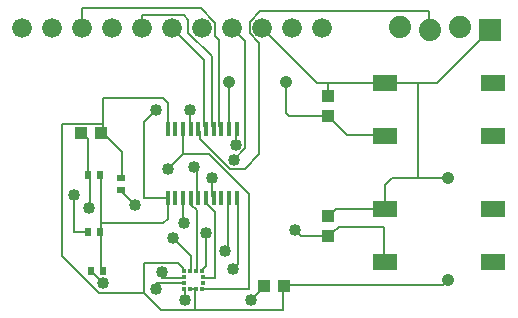
<source format=gtl>
G04 EAGLE Gerber RS-274X export*
G75*
%MOIN*%
%FSLAX36Y36*%
%LPD*%
%INTop Copper Layer*%
%IPPOS*%
%AMOC8*
5,1,8,0,0,1.08239X$1,22.5*%
G01*
%ADD10R,0.039370X0.043307*%
%ADD11R,0.043307X0.039370*%
%ADD12C,0.066000*%
%ADD13R,0.023622X0.027559*%
%ADD14R,0.027559X0.023622*%
%ADD15R,0.082677X0.055118*%
%ADD16R,0.074000X0.074000*%
%ADD17C,0.074000*%
%ADD18R,0.011811X0.047236*%
%ADD19R,0.014000X0.017000*%
%ADD20R,0.017000X0.014000*%
%ADD21C,0.006000*%
%ADD22C,0.040000*%
%ADD23C,0.041654*%


D10*
X1070000Y733465D03*
X1070000Y666535D03*
D11*
X246535Y610000D03*
X313465Y610000D03*
X856535Y100000D03*
X923465Y100000D03*
D10*
X1070000Y333465D03*
X1070000Y266535D03*
D12*
X1050000Y960000D03*
X950000Y960000D03*
X850000Y960000D03*
X750000Y960000D03*
X650000Y960000D03*
X550000Y960000D03*
X450000Y960000D03*
X350000Y960000D03*
X250000Y960000D03*
X150000Y960000D03*
X50000Y960000D03*
D13*
X270315Y470000D03*
X309685Y470000D03*
X270315Y280000D03*
X309685Y280000D03*
X280315Y150000D03*
X319685Y150000D03*
D14*
X380000Y459685D03*
X380000Y420315D03*
D15*
X1619134Y358583D03*
X1260866Y358583D03*
X1260866Y181417D03*
X1619134Y181417D03*
X1619134Y778583D03*
X1260866Y778583D03*
X1260866Y601417D03*
X1619134Y601417D03*
D16*
X1610000Y955000D03*
D17*
X1510000Y965000D03*
X1410000Y955000D03*
X1310000Y965000D03*
D18*
X534846Y624173D03*
X560437Y624173D03*
X586024Y624173D03*
X611614Y624173D03*
X637205Y624173D03*
X662795Y624173D03*
X688386Y624173D03*
X713976Y624173D03*
X534846Y395823D03*
X560437Y395823D03*
X586024Y395823D03*
X611614Y395823D03*
X637205Y395823D03*
X662795Y395823D03*
X688386Y395823D03*
X713976Y395823D03*
X739567Y395823D03*
X765154Y395823D03*
X739567Y624173D03*
X765154Y624173D03*
D19*
X649528Y150000D03*
X629843Y150000D03*
X610157Y150000D03*
X590472Y150000D03*
D20*
X589000Y129843D03*
X589000Y110157D03*
D19*
X590472Y90000D03*
X610157Y90000D03*
X629843Y90000D03*
X649528Y90000D03*
D20*
X651000Y110157D03*
X651000Y129843D03*
D21*
X1106250Y297500D02*
X1256250Y297500D01*
X1256250Y185000D01*
X1106250Y297500D02*
X1070000Y266535D01*
X1256250Y185000D02*
X1260866Y181417D01*
X762500Y572500D02*
X762500Y622500D01*
X979715Y266535D02*
X1070000Y266535D01*
X979715Y266535D02*
X958750Y287500D01*
X762500Y622500D02*
X765154Y624173D01*
D22*
X762500Y572500D03*
X958750Y287500D03*
D21*
X1131535Y605000D02*
X1256250Y605000D01*
X1131535Y605000D02*
X1070000Y666535D01*
X1256250Y605000D02*
X1256250Y603750D01*
X1260866Y601417D01*
X739567Y624173D02*
X739567Y779567D01*
X740000Y780000D01*
D23*
X740000Y780000D03*
D21*
X940000Y666535D02*
X1070000Y666535D01*
X940000Y666535D02*
X930000Y676535D01*
X930000Y780000D01*
D23*
X930000Y780000D03*
D21*
X381250Y547500D02*
X381250Y460935D01*
X380000Y459685D01*
X381250Y547500D02*
X318750Y610000D01*
X537500Y628750D02*
X537500Y710000D01*
X518750Y728750D01*
X318750Y728750D01*
X318750Y641250D02*
X318750Y610000D01*
X318750Y641250D02*
X318750Y728750D01*
X534846Y624173D02*
X537500Y628750D01*
X318750Y610000D02*
X313465Y610000D01*
X612500Y91250D02*
X625000Y91250D01*
X612500Y91250D02*
X610157Y90000D01*
X625000Y91250D02*
X629843Y90000D01*
X587500Y153750D02*
X587500Y160000D01*
X568750Y178750D01*
X455000Y178750D01*
X455000Y78750D01*
X511250Y22500D01*
X625000Y22500D01*
X625000Y85000D01*
X590472Y150000D02*
X587500Y153750D01*
X629843Y90000D02*
X625000Y85000D01*
X923465Y100000D02*
X925000Y103750D01*
X918750Y22500D02*
X625000Y22500D01*
X918750Y22500D02*
X918750Y97500D01*
X923465Y100000D01*
X318750Y641250D02*
X182500Y641250D01*
X182500Y202500D01*
X306250Y78750D01*
X455000Y78750D01*
X1031417Y778583D02*
X850000Y960000D01*
X1260866Y438583D02*
X1260866Y358583D01*
X1095118Y358583D01*
X1070000Y333465D01*
X1370000Y460000D02*
X1470000Y460000D01*
D23*
X1470000Y460000D03*
D21*
X1282283Y460000D02*
X1260866Y438583D01*
X1282283Y460000D02*
X1370000Y460000D01*
X1370000Y778750D01*
X1470000Y120000D02*
X1453750Y103750D01*
D23*
X1470000Y120000D03*
D21*
X1453750Y103750D02*
X925000Y103750D01*
X1031417Y778583D02*
X1070000Y778583D01*
X1260866Y778583D01*
X1370000Y778750D02*
X1433750Y778750D01*
X1610000Y955000D01*
X1070000Y778583D02*
X1070000Y733465D01*
X1260866Y778583D02*
X1261033Y778750D01*
X1370000Y778750D01*
X662500Y628750D02*
X656250Y635000D01*
X656250Y853750D01*
X550000Y960000D01*
X662500Y628750D02*
X662795Y624173D01*
X662500Y166250D02*
X650000Y153750D01*
X662500Y166250D02*
X662500Y278750D01*
X590000Y311250D02*
X587500Y313750D01*
X587500Y391250D01*
X650000Y153750D02*
X649528Y150000D01*
X587500Y391250D02*
X586024Y395823D01*
X380000Y416250D02*
X380000Y420315D01*
X380000Y416250D02*
X426250Y370000D01*
D22*
X662500Y278750D03*
X590000Y311250D03*
X426250Y370000D03*
D21*
X631250Y353750D02*
X631250Y153750D01*
X631250Y353750D02*
X612500Y372500D01*
X612500Y391250D01*
X631250Y153750D02*
X629843Y150000D01*
X612500Y391250D02*
X611614Y395823D01*
X656250Y128750D02*
X693750Y128750D01*
X693750Y347500D01*
X662500Y378750D01*
X662500Y391250D01*
X651000Y129843D02*
X656250Y128750D01*
X662500Y391250D02*
X662795Y395823D01*
X683750Y400459D02*
X688386Y395823D01*
X683750Y400459D02*
X683750Y460000D01*
X756250Y522500D02*
X793750Y560000D01*
X793750Y916250D01*
X750000Y960000D01*
D22*
X683750Y460000D03*
X756250Y522500D03*
D21*
X587500Y128750D02*
X516250Y128750D01*
X516250Y147500D01*
X725000Y217500D02*
X737500Y230000D01*
X737500Y391250D01*
X589000Y129843D02*
X587500Y128750D01*
X737500Y391250D02*
X739567Y395823D01*
D22*
X516250Y147500D03*
X725000Y217500D03*
D21*
X587500Y110000D02*
X496250Y110000D01*
X496250Y91250D01*
X751250Y156250D02*
X768750Y173750D01*
X768750Y391250D01*
X589000Y110157D02*
X587500Y110000D01*
X768750Y391250D02*
X765154Y395823D01*
D22*
X496250Y91250D03*
X751250Y156250D03*
D21*
X612500Y153750D02*
X612500Y200000D01*
X551250Y261250D01*
X275000Y366250D02*
X271250Y362500D01*
X275000Y366250D02*
X275000Y466250D01*
X612500Y153750D02*
X610157Y150000D01*
X275000Y466250D02*
X270315Y470000D01*
X268750Y591250D02*
X250000Y610000D01*
X268750Y591250D02*
X268750Y472500D01*
X250000Y610000D02*
X246535Y610000D01*
X268750Y472500D02*
X270315Y470000D01*
D22*
X551250Y261250D03*
X271250Y362500D03*
D21*
X312500Y310000D02*
X312500Y466250D01*
X312500Y310000D02*
X312500Y282500D01*
X309685Y280000D01*
X312500Y466250D02*
X309685Y470000D01*
X312500Y160000D02*
X318750Y153750D01*
X319685Y150000D01*
X312500Y276250D02*
X309685Y280000D01*
X456250Y647500D02*
X496250Y687500D01*
X456250Y647500D02*
X456250Y395823D01*
X534846Y395823D01*
D22*
X496250Y687500D03*
D21*
X312500Y276250D02*
X312500Y160000D01*
X534846Y324846D02*
X534846Y395823D01*
X520000Y310000D02*
X312500Y310000D01*
X520000Y310000D02*
X534846Y324846D01*
X712500Y628750D02*
X706250Y635000D01*
X706250Y922500D01*
X693750Y935000D01*
X693750Y978750D01*
X646250Y1026250D01*
X250000Y1026250D01*
X250000Y960000D01*
X712500Y628750D02*
X713976Y624173D01*
X650000Y91250D02*
X807500Y91250D01*
X807500Y406250D01*
X672500Y541250D01*
X587500Y541250D01*
X587500Y542500D02*
X587500Y622500D01*
X587500Y542500D02*
X587500Y541250D01*
X650000Y91250D02*
X649528Y90000D01*
X587500Y622500D02*
X586024Y624173D01*
X587500Y542500D02*
X537500Y492500D01*
X223750Y403750D02*
X223750Y280000D01*
X270315Y280000D01*
D22*
X223750Y403750D03*
X537500Y492500D03*
D21*
X611614Y624173D02*
X608750Y627037D01*
X608750Y688750D01*
D22*
X608750Y688750D03*
D21*
X637500Y622500D02*
X643750Y616250D01*
X643750Y591250D01*
X743750Y491250D01*
X843750Y1016250D02*
X1406250Y1016250D01*
X1406250Y960000D01*
X637205Y624173D02*
X637500Y622500D01*
X1406250Y960000D02*
X1410000Y955000D01*
X791250Y491250D02*
X743750Y491250D01*
X840000Y910603D02*
X808000Y942603D01*
X808000Y980500D01*
X843750Y1016250D01*
X840000Y540000D02*
X791250Y491250D01*
X840000Y540000D02*
X840000Y910603D01*
X593750Y85000D02*
X593750Y53750D01*
X812500Y53750D02*
X856250Y97500D01*
X593750Y85000D02*
X590472Y90000D01*
X856250Y97500D02*
X856535Y100000D01*
X318750Y110000D02*
X281250Y147500D01*
X280315Y150000D01*
D22*
X593750Y53750D03*
X812500Y53750D03*
X318750Y110000D03*
D21*
X687500Y628750D02*
X681250Y635000D01*
X681250Y866250D01*
X603750Y943750D01*
X603750Y988750D01*
X588750Y1003750D01*
X450000Y1003750D01*
X450000Y960000D01*
X687500Y628750D02*
X688386Y624173D01*
X631250Y403750D02*
X637500Y397500D01*
X631250Y488750D02*
X621250Y498750D01*
X631250Y488750D02*
X631250Y403750D01*
X637500Y397500D02*
X637205Y395823D01*
D22*
X621250Y498750D03*
M02*

</source>
